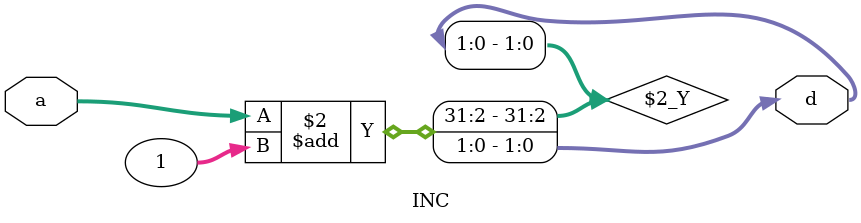
<source format=v>
module INC #(
    parameter DATAWIDTH=2
)(
    input [DATAWIDTH-1:0] a,
    output reg [DATAWIDTH-1:0] d
);
    always @(*) begin
        d <= a + 1;
    end
endmodule
</source>
